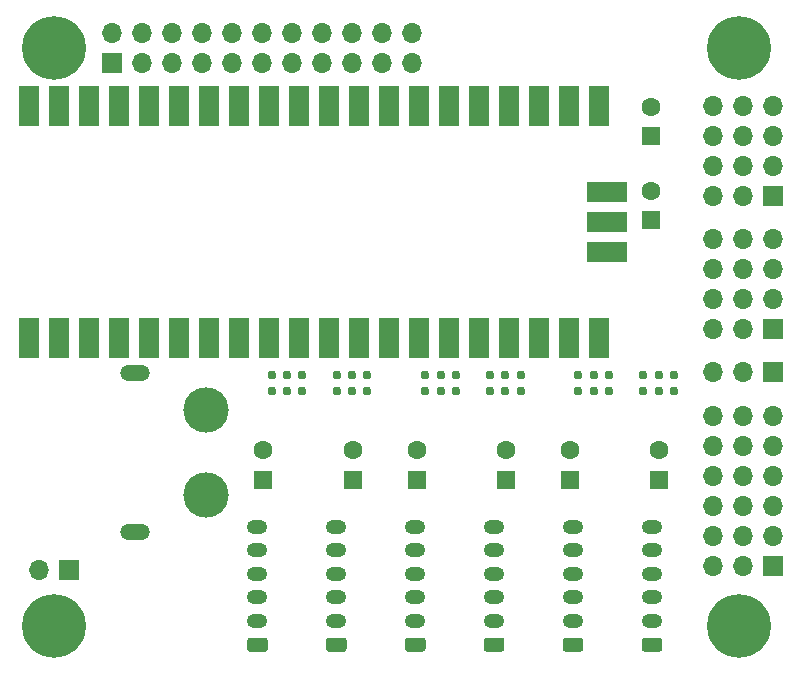
<source format=gbs>
G04 #@! TF.GenerationSoftware,KiCad,Pcbnew,(5.1.10)-1*
G04 #@! TF.CreationDate,2021-06-06T14:26:22+02:00*
G04 #@! TF.ProjectId,ww2020,77773230-3230-42e6-9b69-6361645f7063,rev?*
G04 #@! TF.SameCoordinates,Original*
G04 #@! TF.FileFunction,Soldermask,Bot*
G04 #@! TF.FilePolarity,Negative*
%FSLAX46Y46*%
G04 Gerber Fmt 4.6, Leading zero omitted, Abs format (unit mm)*
G04 Created by KiCad (PCBNEW (5.1.10)-1) date 2021-06-06 14:26:22*
%MOMM*%
%LPD*%
G01*
G04 APERTURE LIST*
%ADD10R,3.500000X1.700000*%
%ADD11R,1.700000X3.500000*%
%ADD12C,1.600000*%
%ADD13R,1.600000X1.600000*%
%ADD14O,1.700000X1.700000*%
%ADD15R,1.700000X1.700000*%
%ADD16O,2.527000X1.327000*%
%ADD17C,3.843000*%
%ADD18C,0.770000*%
%ADD19O,1.750000X1.200000*%
%ADD20C,0.800000*%
%ADD21C,5.400000*%
G04 APERTURE END LIST*
D10*
X150300000Y-64790000D03*
X150300000Y-62250000D03*
X150300000Y-59710000D03*
D11*
X149630000Y-72040000D03*
X147090000Y-72040000D03*
X144550000Y-72040000D03*
X142010000Y-72040000D03*
X139470000Y-72040000D03*
X136930000Y-72040000D03*
X134390000Y-72040000D03*
X131850000Y-72040000D03*
X129310000Y-72040000D03*
X126770000Y-72040000D03*
X124230000Y-72040000D03*
X121690000Y-72040000D03*
X119150000Y-72040000D03*
X116610000Y-72040000D03*
X114070000Y-72040000D03*
X111530000Y-72040000D03*
X108990000Y-72040000D03*
X106450000Y-72040000D03*
X103910000Y-72040000D03*
X101370000Y-72040000D03*
X149630000Y-52460000D03*
X147090000Y-52460000D03*
X144550000Y-52460000D03*
X142010000Y-52460000D03*
X139470000Y-52460000D03*
X136930000Y-52460000D03*
X134390000Y-52460000D03*
X131850000Y-52460000D03*
X129310000Y-52460000D03*
X126770000Y-52460000D03*
X124230000Y-52460000D03*
X121690000Y-52460000D03*
X119150000Y-52460000D03*
X116610000Y-52460000D03*
X114070000Y-52460000D03*
X111530000Y-52460000D03*
X108990000Y-52460000D03*
X106450000Y-52460000D03*
X103910000Y-52460000D03*
X101370000Y-52460000D03*
D12*
X154000000Y-59600000D03*
D13*
X154000000Y-62100000D03*
D14*
X159250000Y-63690000D03*
X159250000Y-71310000D03*
X159250000Y-66230000D03*
X159250000Y-68770000D03*
X161790000Y-63690000D03*
X164330000Y-63690000D03*
X161790000Y-66230000D03*
X164330000Y-66230000D03*
X161790000Y-68770000D03*
X164330000Y-68770000D03*
X161790000Y-71310000D03*
D15*
X164330000Y-71310000D03*
D14*
X161790000Y-78700000D03*
X159250000Y-78700000D03*
X164330000Y-78700000D03*
X159250000Y-83780000D03*
X159250000Y-91400000D03*
X159250000Y-81240000D03*
X159250000Y-86320000D03*
X159250000Y-88860000D03*
X161790000Y-81240000D03*
X164330000Y-81240000D03*
X161790000Y-83780000D03*
X164330000Y-83780000D03*
X161790000Y-86320000D03*
X164330000Y-86320000D03*
X161790000Y-88860000D03*
X164330000Y-88860000D03*
X161790000Y-91400000D03*
D15*
X164330000Y-91400000D03*
D16*
X110350000Y-75014001D03*
X110350000Y-88514001D03*
D17*
X116350000Y-78164001D03*
X116350000Y-85364001D03*
D14*
X159250000Y-52400000D03*
X159250000Y-60020000D03*
X159250000Y-54940000D03*
X159250000Y-57480000D03*
X161790000Y-52400000D03*
X164330000Y-52400000D03*
X161790000Y-54940000D03*
X164330000Y-54940000D03*
X161790000Y-57480000D03*
X164330000Y-57480000D03*
X161790000Y-60020000D03*
D15*
X164330000Y-60020000D03*
D18*
X153370000Y-76550000D03*
X153370000Y-75250000D03*
X155970000Y-76550000D03*
X154670000Y-76550000D03*
X154670000Y-75250000D03*
X155970000Y-75250000D03*
X147870000Y-76550000D03*
X147870000Y-75250000D03*
X150470000Y-76550000D03*
X149170000Y-76550000D03*
X149170000Y-75250000D03*
X150470000Y-75250000D03*
X140400000Y-76550000D03*
X140400000Y-75250000D03*
X143000000Y-76550000D03*
X141700000Y-76550000D03*
X141700000Y-75250000D03*
X143000000Y-75250000D03*
X134900000Y-76550000D03*
X134900000Y-75250000D03*
X137500000Y-76550000D03*
X136200000Y-76550000D03*
X136200000Y-75250000D03*
X137500000Y-75250000D03*
X127400000Y-76550000D03*
X127400000Y-75250000D03*
X130000000Y-76550000D03*
X128700000Y-76550000D03*
X128700000Y-75250000D03*
X130000000Y-75250000D03*
D19*
X154100000Y-88050000D03*
X154100000Y-90050000D03*
X154100000Y-92050000D03*
X154100000Y-94050000D03*
X154100000Y-96050000D03*
G36*
G01*
X154725001Y-98650000D02*
X153474999Y-98650000D01*
G75*
G02*
X153225000Y-98400001I0J249999D01*
G01*
X153225000Y-97699999D01*
G75*
G02*
X153474999Y-97450000I249999J0D01*
G01*
X154725001Y-97450000D01*
G75*
G02*
X154975000Y-97699999I0J-249999D01*
G01*
X154975000Y-98400001D01*
G75*
G02*
X154725001Y-98650000I-249999J0D01*
G01*
G37*
X147420000Y-88050000D03*
X147420000Y-90050000D03*
X147420000Y-92050000D03*
X147420000Y-94050000D03*
X147420000Y-96050000D03*
G36*
G01*
X148045001Y-98650000D02*
X146794999Y-98650000D01*
G75*
G02*
X146545000Y-98400001I0J249999D01*
G01*
X146545000Y-97699999D01*
G75*
G02*
X146794999Y-97450000I249999J0D01*
G01*
X148045001Y-97450000D01*
G75*
G02*
X148295000Y-97699999I0J-249999D01*
G01*
X148295000Y-98400001D01*
G75*
G02*
X148045001Y-98650000I-249999J0D01*
G01*
G37*
X140740000Y-88050000D03*
X140740000Y-90050000D03*
X140740000Y-92050000D03*
X140740000Y-94050000D03*
X140740000Y-96050000D03*
G36*
G01*
X141365001Y-98650000D02*
X140114999Y-98650000D01*
G75*
G02*
X139865000Y-98400001I0J249999D01*
G01*
X139865000Y-97699999D01*
G75*
G02*
X140114999Y-97450000I249999J0D01*
G01*
X141365001Y-97450000D01*
G75*
G02*
X141615000Y-97699999I0J-249999D01*
G01*
X141615000Y-98400001D01*
G75*
G02*
X141365001Y-98650000I-249999J0D01*
G01*
G37*
X134060000Y-88050000D03*
X134060000Y-90050000D03*
X134060000Y-92050000D03*
X134060000Y-94050000D03*
X134060000Y-96050000D03*
G36*
G01*
X134685001Y-98650000D02*
X133434999Y-98650000D01*
G75*
G02*
X133185000Y-98400001I0J249999D01*
G01*
X133185000Y-97699999D01*
G75*
G02*
X133434999Y-97450000I249999J0D01*
G01*
X134685001Y-97450000D01*
G75*
G02*
X134935000Y-97699999I0J-249999D01*
G01*
X134935000Y-98400001D01*
G75*
G02*
X134685001Y-98650000I-249999J0D01*
G01*
G37*
X127380000Y-88050000D03*
X127380000Y-90050000D03*
X127380000Y-92050000D03*
X127380000Y-94050000D03*
X127380000Y-96050000D03*
G36*
G01*
X128005001Y-98650000D02*
X126754999Y-98650000D01*
G75*
G02*
X126505000Y-98400001I0J249999D01*
G01*
X126505000Y-97699999D01*
G75*
G02*
X126754999Y-97450000I249999J0D01*
G01*
X128005001Y-97450000D01*
G75*
G02*
X128255000Y-97699999I0J-249999D01*
G01*
X128255000Y-98400001D01*
G75*
G02*
X128005001Y-98650000I-249999J0D01*
G01*
G37*
D12*
X154700000Y-81600000D03*
D13*
X154700000Y-84100000D03*
D12*
X147200000Y-81600000D03*
D13*
X147200000Y-84100000D03*
D12*
X141750000Y-81600000D03*
D13*
X141750000Y-84100000D03*
D12*
X134250000Y-81600000D03*
D13*
X134250000Y-84100000D03*
D12*
X128750000Y-81600000D03*
D13*
X128750000Y-84100000D03*
D12*
X154000000Y-52500000D03*
D13*
X154000000Y-55000000D03*
D20*
X162931891Y-95068109D03*
X161500000Y-94475000D03*
X160068109Y-95068109D03*
X159475000Y-96500000D03*
X160068109Y-97931891D03*
X161500000Y-98525000D03*
X162931891Y-97931891D03*
X163525000Y-96500000D03*
D21*
X161500000Y-96500000D03*
D20*
X162931891Y-46068109D03*
X161500000Y-45475000D03*
X160068109Y-46068109D03*
X159475000Y-47500000D03*
X160068109Y-48931891D03*
X161500000Y-49525000D03*
X162931891Y-48931891D03*
X163525000Y-47500000D03*
D21*
X161500000Y-47500000D03*
D20*
X104931891Y-95068109D03*
X103500000Y-94475000D03*
X102068109Y-95068109D03*
X101475000Y-96500000D03*
X102068109Y-97931891D03*
X103500000Y-98525000D03*
X104931891Y-97931891D03*
X105525000Y-96500000D03*
D21*
X103500000Y-96500000D03*
D20*
X104931891Y-46068109D03*
X103500000Y-45475000D03*
X102068109Y-46068109D03*
X101475000Y-47500000D03*
X102068109Y-48931891D03*
X103500000Y-49525000D03*
X104931891Y-48931891D03*
X105525000Y-47500000D03*
D21*
X103500000Y-47500000D03*
D14*
X102230000Y-91714001D03*
D15*
X104770000Y-91714001D03*
D14*
X133770000Y-46230000D03*
X133770000Y-48770000D03*
X131230000Y-46230000D03*
X131230000Y-48770000D03*
X128690000Y-46230000D03*
X128690000Y-48770000D03*
X126150000Y-46230000D03*
X126150000Y-48770000D03*
X123610000Y-46230000D03*
X123610000Y-48770000D03*
X121070000Y-46230000D03*
X121070000Y-48770000D03*
X118530000Y-46230000D03*
X118530000Y-48770000D03*
X115990000Y-46230000D03*
X115990000Y-48770000D03*
X113450000Y-46230000D03*
X113450000Y-48770000D03*
X110910000Y-46230000D03*
X110910000Y-48770000D03*
X108370000Y-46230000D03*
D15*
X108370000Y-48770000D03*
D18*
X121900000Y-76550000D03*
X121900000Y-75250000D03*
X124500000Y-76550000D03*
X123200000Y-76550000D03*
X123200000Y-75250000D03*
X124500000Y-75250000D03*
D19*
X120700000Y-88050000D03*
X120700000Y-90050000D03*
X120700000Y-92050000D03*
X120700000Y-94050000D03*
X120700000Y-96050000D03*
G36*
G01*
X121325001Y-98650000D02*
X120074999Y-98650000D01*
G75*
G02*
X119825000Y-98400001I0J249999D01*
G01*
X119825000Y-97699999D01*
G75*
G02*
X120074999Y-97450000I249999J0D01*
G01*
X121325001Y-97450000D01*
G75*
G02*
X121575000Y-97699999I0J-249999D01*
G01*
X121575000Y-98400001D01*
G75*
G02*
X121325001Y-98650000I-249999J0D01*
G01*
G37*
D12*
X121200000Y-81600000D03*
D13*
X121200000Y-84100000D03*
D15*
X164330000Y-74990000D03*
D14*
X161790000Y-74990000D03*
X159250000Y-74990000D03*
M02*

</source>
